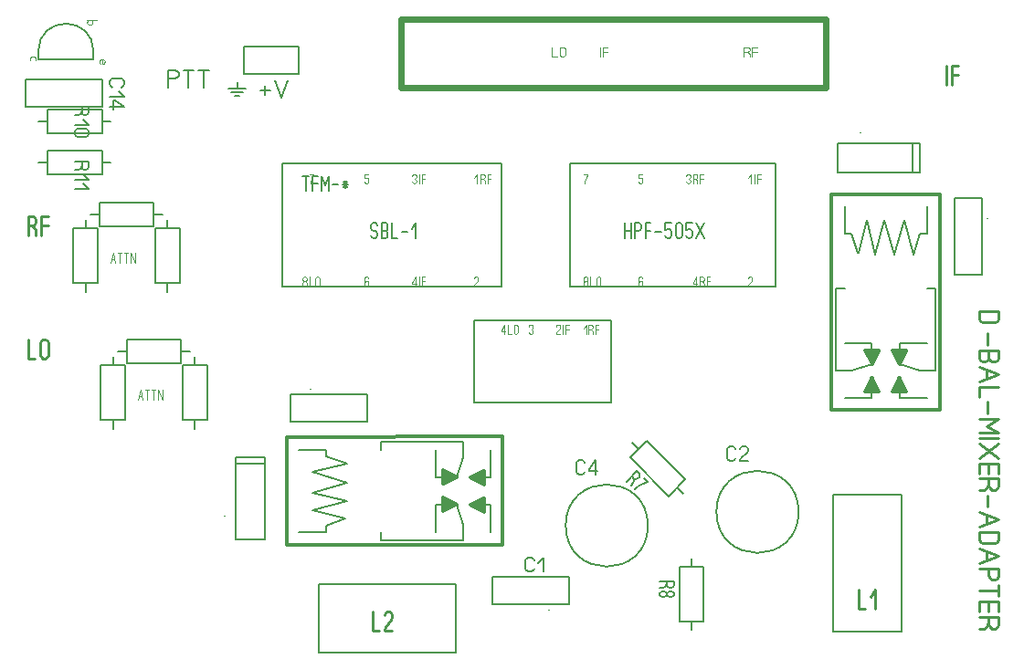
<source format=gbr>
%FSLAX34Y34*%
%MOMM*%
%LNSILK_TOP*%
G71*
G01*
%ADD10C,0.111*%
%ADD11C,0.178*%
%ADD12C,0.150*%
%ADD13C,0.167*%
%ADD14C,0.222*%
%ADD15C,0.300*%
%ADD16C,0.200*%
%ADD17C,0.600*%
%LPD*%
G54D10*
X-8750Y329116D02*
X-6528Y332449D01*
X-6528Y323560D01*
G54D10*
X-65900Y330782D02*
X-65456Y331893D01*
X-64566Y332449D01*
X-63678Y332449D01*
X-62789Y331893D01*
X-62344Y330782D01*
X-62344Y329671D01*
X-62789Y328560D01*
X-63678Y328004D01*
X-62789Y327449D01*
X-62344Y326338D01*
X-62344Y325227D01*
X-62789Y324116D01*
X-63678Y323560D01*
X-64566Y323560D01*
X-65456Y324116D01*
X-65900Y325227D01*
G54D10*
X-106794Y332449D02*
X-110350Y332449D01*
X-110350Y328560D01*
X-109906Y328560D01*
X-109016Y329116D01*
X-108128Y329116D01*
X-107239Y328560D01*
X-106794Y327449D01*
X-106794Y325227D01*
X-107239Y324116D01*
X-108128Y323560D01*
X-109016Y323560D01*
X-109906Y324116D01*
X-110350Y325227D01*
G54D10*
X-161150Y332449D02*
X-157594Y332449D01*
X-158039Y331338D01*
X-158928Y329671D01*
X-159816Y327449D01*
X-160261Y325782D01*
X-160261Y323560D01*
G54D10*
X-5194Y228310D02*
X-8750Y228310D01*
X-8750Y228866D01*
X-8306Y229977D01*
X-5639Y233310D01*
X-5194Y234421D01*
X-5194Y235532D01*
X-5639Y236643D01*
X-6528Y237199D01*
X-7416Y237199D01*
X-8306Y236643D01*
X-8750Y235532D01*
G54D10*
X-56883Y228310D02*
X-56883Y237199D01*
X-59550Y231643D01*
X-59550Y230532D01*
X-55994Y230532D01*
G54D10*
X-106794Y235532D02*
X-107239Y236643D01*
X-108128Y237199D01*
X-109016Y237199D01*
X-109906Y236643D01*
X-110350Y235532D01*
X-110350Y232754D01*
X-110350Y232199D01*
X-109016Y233310D01*
X-108128Y233310D01*
X-107239Y232754D01*
X-106794Y231643D01*
X-106794Y229977D01*
X-107239Y228866D01*
X-108128Y228310D01*
X-109016Y228310D01*
X-109906Y228866D01*
X-110350Y229977D01*
X-110350Y232754D01*
G54D10*
X-158928Y232754D02*
X-159816Y232754D01*
X-160706Y233310D01*
X-161150Y234421D01*
X-161150Y235532D01*
X-160706Y236643D01*
X-159816Y237199D01*
X-158928Y237199D01*
X-158039Y236643D01*
X-157594Y235532D01*
X-157594Y234421D01*
X-158039Y233310D01*
X-158928Y232754D01*
X-158039Y232199D01*
X-157594Y231088D01*
X-157594Y229977D01*
X-158039Y228866D01*
X-158928Y228310D01*
X-159816Y228310D01*
X-160706Y228866D01*
X-161150Y229977D01*
X-161150Y231088D01*
X-160706Y232199D01*
X-159816Y232754D01*
G54D10*
X-262750Y329116D02*
X-260528Y332449D01*
X-260528Y323560D01*
G54D10*
X-319900Y330782D02*
X-319455Y331893D01*
X-318566Y332449D01*
X-317678Y332449D01*
X-316789Y331893D01*
X-316344Y330782D01*
X-316344Y329671D01*
X-316789Y328560D01*
X-317678Y328004D01*
X-316789Y327449D01*
X-316344Y326338D01*
X-316344Y325227D01*
X-316789Y324116D01*
X-317678Y323560D01*
X-318566Y323560D01*
X-319455Y324116D01*
X-319900Y325227D01*
G54D10*
X-360794Y332449D02*
X-364350Y332449D01*
X-364350Y328560D01*
X-363905Y328560D01*
X-363016Y329116D01*
X-362128Y329116D01*
X-361239Y328560D01*
X-360794Y327449D01*
X-360794Y325227D01*
X-361239Y324116D01*
X-362128Y323560D01*
X-363016Y323560D01*
X-363905Y324116D01*
X-364350Y325227D01*
G54D10*
X-415150Y332449D02*
X-411594Y332449D01*
X-412039Y331338D01*
X-412928Y329671D01*
X-413816Y327449D01*
X-414261Y325782D01*
X-414261Y323560D01*
G54D10*
X-259194Y228310D02*
X-262750Y228310D01*
X-262750Y228866D01*
X-262305Y229977D01*
X-259639Y233310D01*
X-259194Y234421D01*
X-259194Y235532D01*
X-259639Y236643D01*
X-260528Y237199D01*
X-261416Y237199D01*
X-262305Y236643D01*
X-262750Y235532D01*
G54D10*
X-317233Y228310D02*
X-317233Y237199D01*
X-319900Y231643D01*
X-319900Y230532D01*
X-316344Y230532D01*
G54D10*
X-360794Y235532D02*
X-361239Y236643D01*
X-362128Y237199D01*
X-363016Y237199D01*
X-363905Y236643D01*
X-364350Y235532D01*
X-364350Y232754D01*
X-364350Y232199D01*
X-363016Y233310D01*
X-362128Y233310D01*
X-361239Y232754D01*
X-360794Y231643D01*
X-360794Y229977D01*
X-361239Y228866D01*
X-362128Y228310D01*
X-363016Y228310D01*
X-363905Y228866D01*
X-364350Y229977D01*
X-364350Y232754D01*
G54D10*
X-419278Y232754D02*
X-420166Y232754D01*
X-421056Y233310D01*
X-421500Y234421D01*
X-421500Y235532D01*
X-421056Y236643D01*
X-420166Y237199D01*
X-419278Y237199D01*
X-418389Y236643D01*
X-417944Y235532D01*
X-417944Y234421D01*
X-418389Y233310D01*
X-419278Y232754D01*
X-418389Y232199D01*
X-417944Y231088D01*
X-417944Y229977D01*
X-418389Y228866D01*
X-419278Y228310D01*
X-420166Y228310D01*
X-421056Y228866D01*
X-421500Y229977D01*
X-421500Y231088D01*
X-421056Y232199D01*
X-420166Y232754D01*
G54D11*
X-123050Y272760D02*
X-123050Y286982D01*
G54D11*
X-117361Y272760D02*
X-117361Y286982D01*
G54D11*
X-123050Y279871D02*
X-117361Y279871D01*
G54D11*
X-113450Y272760D02*
X-113450Y286982D01*
X-109894Y286982D01*
X-108472Y286093D01*
X-107761Y284316D01*
X-107761Y282538D01*
X-108472Y280760D01*
X-109894Y279871D01*
X-113450Y279871D01*
G54D11*
X-103850Y272760D02*
X-103850Y286982D01*
X-98872Y286982D01*
G54D11*
X-103850Y279871D02*
X-98872Y279871D01*
G54D11*
X-94961Y278982D02*
X-89272Y278982D01*
G54D11*
X-79672Y286982D02*
X-85361Y286982D01*
X-85361Y280760D01*
X-84650Y280760D01*
X-83228Y281649D01*
X-81805Y281649D01*
X-80383Y280760D01*
X-79672Y278982D01*
X-79672Y275427D01*
X-80383Y273649D01*
X-81805Y272760D01*
X-83228Y272760D01*
X-84650Y273649D01*
X-85361Y275427D01*
G54D11*
X-70072Y284316D02*
X-70072Y275427D01*
X-70783Y273649D01*
X-72205Y272760D01*
X-73628Y272760D01*
X-75050Y273649D01*
X-75761Y275427D01*
X-75761Y284316D01*
X-75050Y286093D01*
X-73628Y286982D01*
X-72205Y286982D01*
X-70783Y286093D01*
X-70072Y284316D01*
G54D11*
X-60472Y286982D02*
X-66161Y286982D01*
X-66161Y280760D01*
X-65450Y280760D01*
X-64028Y281649D01*
X-62605Y281649D01*
X-61183Y280760D01*
X-60472Y278982D01*
X-60472Y275427D01*
X-61183Y273649D01*
X-62605Y272760D01*
X-64028Y272760D01*
X-65450Y273649D01*
X-66161Y275427D01*
G54D11*
X-56561Y286982D02*
X-49450Y272760D01*
G54D11*
X-56561Y272760D02*
X-49450Y286982D01*
G54D10*
X-2400Y323560D02*
X-2400Y332449D01*
G54D10*
X44Y323560D02*
X44Y332449D01*
X3155Y332449D01*
G54D10*
X44Y328004D02*
X3155Y328004D01*
G54D10*
X-57772Y328004D02*
X-56439Y326893D01*
X-55994Y325782D01*
X-55994Y323560D01*
G54D10*
X-59550Y323560D02*
X-59550Y332449D01*
X-57328Y332449D01*
X-56439Y331893D01*
X-55994Y330782D01*
X-55994Y329671D01*
X-56439Y328560D01*
X-57328Y328004D01*
X-59550Y328004D01*
G54D10*
X-53550Y323560D02*
X-53550Y332449D01*
X-50439Y332449D01*
G54D10*
X-53550Y328004D02*
X-50439Y328004D01*
G54D10*
X-51422Y232754D02*
X-50089Y231643D01*
X-49644Y230532D01*
X-49644Y228310D01*
G54D10*
X-53200Y228310D02*
X-53200Y237199D01*
X-50978Y237199D01*
X-50089Y236643D01*
X-49644Y235532D01*
X-49644Y234421D01*
X-50089Y233310D01*
X-50978Y232754D01*
X-53200Y232754D01*
G54D10*
X-47200Y228310D02*
X-47200Y237199D01*
X-44089Y237199D01*
G54D10*
X-47200Y232754D02*
X-44089Y232754D01*
G54D10*
X-154800Y237199D02*
X-154800Y228310D01*
X-151689Y228310D01*
G54D10*
X-145689Y235532D02*
X-145689Y229977D01*
X-146134Y228866D01*
X-147023Y228310D01*
X-147912Y228310D01*
X-148800Y228866D01*
X-149245Y229977D01*
X-149245Y235532D01*
X-148800Y236643D01*
X-147912Y237199D01*
X-147023Y237199D01*
X-146134Y236643D01*
X-145689Y235532D01*
G54D11*
X-358000Y275427D02*
X-357289Y273649D01*
X-355866Y272760D01*
X-354444Y272760D01*
X-353022Y273649D01*
X-352311Y275427D01*
X-352311Y277204D01*
X-353022Y278982D01*
X-354444Y279871D01*
X-355866Y279871D01*
X-357289Y280760D01*
X-358000Y282538D01*
X-358000Y284316D01*
X-357289Y286093D01*
X-355866Y286982D01*
X-354444Y286982D01*
X-353022Y286093D01*
X-352311Y284316D01*
G54D11*
X-348400Y272760D02*
X-348400Y286982D01*
X-344844Y286982D01*
X-343422Y286093D01*
X-342711Y284316D01*
X-342711Y282538D01*
X-343422Y280760D01*
X-344844Y279871D01*
X-343422Y278982D01*
X-342711Y277204D01*
X-342711Y275427D01*
X-343422Y273649D01*
X-344844Y272760D01*
X-348400Y272760D01*
G54D11*
X-348400Y279871D02*
X-344844Y279871D01*
G54D11*
X-338800Y286982D02*
X-338800Y272760D01*
X-333822Y272760D01*
G54D11*
X-329911Y278982D02*
X-324222Y278982D01*
G54D11*
X-320311Y281649D02*
X-316755Y286982D01*
X-316755Y272760D01*
G54D10*
X-415150Y237199D02*
X-415150Y228310D01*
X-412039Y228310D01*
G54D10*
X-406039Y235532D02*
X-406039Y229977D01*
X-406484Y228866D01*
X-407373Y228310D01*
X-408262Y228310D01*
X-409150Y228866D01*
X-409595Y229977D01*
X-409595Y235532D01*
X-409150Y236643D01*
X-408262Y237199D01*
X-407373Y237199D01*
X-406484Y236643D01*
X-406039Y235532D01*
G54D10*
X-254622Y328004D02*
X-253289Y326893D01*
X-252844Y325782D01*
X-252844Y323560D01*
G54D10*
X-256400Y323560D02*
X-256400Y332449D01*
X-254178Y332449D01*
X-253289Y331893D01*
X-252844Y330782D01*
X-252844Y329671D01*
X-253289Y328560D01*
X-254178Y328004D01*
X-256400Y328004D01*
G54D10*
X-250400Y323560D02*
X-250400Y332449D01*
X-247289Y332449D01*
G54D10*
X-250400Y328004D02*
X-247289Y328004D01*
G54D10*
X-313550Y323560D02*
X-313550Y332449D01*
G54D10*
X-311106Y323560D02*
X-311106Y332449D01*
X-307995Y332449D01*
G54D10*
X-311106Y328004D02*
X-307995Y328004D01*
G54D10*
X-313550Y228310D02*
X-313550Y237199D01*
G54D10*
X-311106Y228310D02*
X-311106Y237199D01*
X-307995Y237199D01*
G54D10*
X-311106Y232754D02*
X-307995Y232754D01*
G54D10*
X-161150Y189416D02*
X-158928Y192749D01*
X-158928Y183860D01*
G54D10*
X-154706Y188304D02*
X-153373Y187193D01*
X-152928Y186082D01*
X-152928Y183860D01*
G54D10*
X-156484Y183860D02*
X-156484Y192749D01*
X-154262Y192749D01*
X-153373Y192193D01*
X-152928Y191082D01*
X-152928Y189971D01*
X-153373Y188860D01*
X-154262Y188304D01*
X-156484Y188304D01*
G54D10*
X-150484Y183860D02*
X-150484Y192749D01*
X-147373Y192749D01*
G54D10*
X-150484Y188304D02*
X-147373Y188304D01*
G54D10*
X-182994Y183860D02*
X-186550Y183860D01*
X-186550Y184416D01*
X-186106Y185527D01*
X-183439Y188860D01*
X-182994Y189971D01*
X-182994Y191082D01*
X-183439Y192193D01*
X-184328Y192749D01*
X-185216Y192749D01*
X-186106Y192193D01*
X-186550Y191082D01*
G54D10*
X-180550Y183860D02*
X-180550Y192749D01*
G54D10*
X-178106Y183860D02*
X-178106Y192749D01*
X-174995Y192749D01*
G54D10*
X-178106Y188304D02*
X-174995Y188304D01*
G54D10*
X-211950Y191082D02*
X-211506Y192193D01*
X-210616Y192749D01*
X-209728Y192749D01*
X-208839Y192193D01*
X-208394Y191082D01*
X-208394Y189971D01*
X-208839Y188860D01*
X-209728Y188304D01*
X-208839Y187749D01*
X-208394Y186638D01*
X-208394Y185527D01*
X-208839Y184416D01*
X-209728Y183860D01*
X-210616Y183860D01*
X-211506Y184416D01*
X-211950Y185527D01*
G54D10*
X-234683Y183860D02*
X-234683Y192749D01*
X-237350Y187193D01*
X-237350Y186082D01*
X-233794Y186082D01*
G54D10*
X-231350Y192749D02*
X-231350Y183860D01*
X-228239Y183860D01*
G54D10*
X-222239Y191082D02*
X-222239Y185527D01*
X-222684Y184416D01*
X-223573Y183860D01*
X-224462Y183860D01*
X-225350Y184416D01*
X-225795Y185527D01*
X-225795Y191082D01*
X-225350Y192193D01*
X-224462Y192749D01*
X-223573Y192749D01*
X-222684Y192193D01*
X-222239Y191082D01*
G54D12*
X-440550Y342610D02*
X-237350Y342610D01*
X-237350Y228310D01*
X-440550Y228310D01*
X-440550Y342610D01*
G54D12*
X-173850Y342610D02*
X16650Y342610D01*
X16650Y228310D01*
X-173850Y228310D01*
X-173850Y342610D01*
G54D12*
X-262750Y196560D02*
X-135750Y196560D01*
X-135750Y120360D01*
X-262750Y120360D01*
X-262750Y196560D01*
G54D13*
X-418833Y317210D02*
X-418833Y330543D01*
G54D13*
X-421500Y330543D02*
X-416166Y330543D01*
G54D13*
X-412500Y317210D02*
X-412500Y330543D01*
X-407833Y330543D01*
G54D13*
X-412500Y323876D02*
X-407833Y323876D01*
G54D13*
X-404166Y317210D02*
X-404166Y330543D01*
X-400832Y322210D01*
X-397499Y330543D01*
X-397499Y317210D01*
G54D13*
X-393832Y323043D02*
X-388498Y323043D01*
G54D13*
X-384832Y323043D02*
X-379498Y323043D01*
G54D13*
X-382165Y326376D02*
X-382165Y319710D01*
G54D13*
X-384165Y325543D02*
X-380165Y320543D01*
G54D13*
X-384165Y320543D02*
X-380165Y325543D01*
G54D14*
X205376Y205247D02*
X223154Y205247D01*
X223154Y198581D01*
X222043Y195914D01*
X219821Y194581D01*
X208710Y194581D01*
X206488Y195914D01*
X205376Y198581D01*
X205376Y205247D01*
G54D14*
X213154Y184535D02*
X213154Y173869D01*
G54D14*
X205376Y168979D02*
X223154Y168979D01*
X223154Y162313D01*
X222043Y159646D01*
X219821Y158313D01*
X217599Y158313D01*
X215376Y159646D01*
X214265Y162313D01*
X213154Y159646D01*
X210932Y158313D01*
X208710Y158313D01*
X206488Y159646D01*
X205376Y162313D01*
X205376Y168979D01*
G54D14*
X214265Y168979D02*
X214265Y162313D01*
G54D14*
X205376Y153423D02*
X223154Y146757D01*
X205376Y140090D01*
G54D14*
X212043Y150757D02*
X212043Y142757D01*
G54D14*
X223154Y135201D02*
X205376Y135201D01*
X205376Y125868D01*
G54D14*
X213154Y120980D02*
X213154Y110313D01*
G54D14*
X205376Y105424D02*
X223154Y105424D01*
X212043Y98757D01*
X223154Y92090D01*
X205376Y92090D01*
G54D14*
X205376Y87202D02*
X223154Y87202D01*
G54D14*
X223154Y82312D02*
X205376Y68979D01*
G54D14*
X205376Y82312D02*
X223154Y68979D01*
G54D14*
X205376Y54757D02*
X205376Y64090D01*
X223154Y64090D01*
X223154Y54757D01*
G54D14*
X214265Y64090D02*
X214265Y54757D01*
G54D14*
X214265Y44535D02*
X212043Y40535D01*
X209821Y39202D01*
X205376Y39202D01*
G54D14*
X205376Y49868D02*
X223154Y49868D01*
X223154Y43202D01*
X222043Y40535D01*
X219821Y39202D01*
X217599Y39202D01*
X215376Y40535D01*
X214265Y43202D01*
X214265Y49868D01*
G54D14*
X213154Y34312D02*
X213154Y23646D01*
G54D14*
X205376Y18756D02*
X223154Y12090D01*
X205376Y5423D01*
G54D14*
X212043Y16090D02*
X212043Y8090D01*
G54D14*
X205376Y534D02*
X223154Y534D01*
X223154Y-6132D01*
X222043Y-8799D01*
X219821Y-10132D01*
X208710Y-10132D01*
X206488Y-8799D01*
X205376Y-6132D01*
X205376Y534D01*
G54D14*
X205376Y-15022D02*
X223154Y-21688D01*
X205376Y-28355D01*
G54D14*
X212043Y-17688D02*
X212043Y-25688D01*
G54D14*
X205376Y-33244D02*
X223154Y-33244D01*
X223154Y-39910D01*
X222043Y-42577D01*
X219821Y-43910D01*
X217599Y-43910D01*
X215376Y-42577D01*
X214265Y-39910D01*
X214265Y-33244D01*
G54D14*
X205376Y-54133D02*
X223154Y-54133D01*
G54D14*
X223154Y-48800D02*
X223154Y-59466D01*
G54D14*
X205376Y-73689D02*
X205376Y-64356D01*
X223154Y-64356D01*
X223154Y-73689D01*
G54D14*
X214265Y-64356D02*
X214265Y-73689D01*
G54D14*
X214265Y-83911D02*
X212043Y-87911D01*
X209821Y-89244D01*
X205376Y-89244D01*
G54D14*
X205376Y-78578D02*
X223154Y-78578D01*
X223154Y-85244D01*
X222043Y-87911D01*
X219821Y-89244D01*
X217599Y-89244D01*
X215376Y-87911D01*
X214265Y-85244D01*
X214265Y-78578D01*
G54D12*
X-608629Y154870D02*
X-586454Y154870D01*
X-586454Y104170D01*
X-608629Y104170D01*
X-608629Y154870D01*
G54D12*
X-597541Y155070D02*
X-597541Y162970D01*
G54D12*
X-597541Y104070D02*
X-597541Y96170D01*
G54D12*
X-534088Y178738D02*
X-534088Y156563D01*
X-584788Y156563D01*
X-584788Y178738D01*
X-534088Y178738D01*
G54D12*
X-533888Y167651D02*
X-525988Y167651D01*
G54D12*
X-584888Y167651D02*
X-592788Y167651D01*
G54D12*
X-532438Y154796D02*
X-510263Y154796D01*
X-510263Y104096D01*
X-532438Y104096D01*
X-532438Y154796D01*
G54D12*
X-521351Y154996D02*
X-521351Y162896D01*
G54D12*
X-521351Y103996D02*
X-521351Y96096D01*
G54D12*
X-634029Y281870D02*
X-611854Y281870D01*
X-611854Y231170D01*
X-634029Y231170D01*
X-634029Y281870D01*
G54D12*
X-622941Y282070D02*
X-622941Y289970D01*
G54D12*
X-622941Y231070D02*
X-622941Y223170D01*
G54D12*
X-559488Y305738D02*
X-559488Y283563D01*
X-610188Y283563D01*
X-610188Y305738D01*
X-559488Y305738D01*
G54D12*
X-559288Y294651D02*
X-551388Y294651D01*
G54D12*
X-610288Y294651D02*
X-618188Y294651D01*
G54D12*
X-557838Y281796D02*
X-535663Y281796D01*
X-535663Y231096D01*
X-557838Y231096D01*
X-557838Y281796D01*
G54D12*
X-546751Y281996D02*
X-546751Y289896D01*
G54D12*
X-546751Y230996D02*
X-546750Y223096D01*
G54D14*
X-675827Y179139D02*
X-675827Y161361D01*
X-669605Y161361D01*
G54D14*
X-657605Y175805D02*
X-657605Y164694D01*
X-658494Y162472D01*
X-660272Y161361D01*
X-662049Y161361D01*
X-663827Y162472D01*
X-664716Y164694D01*
X-664716Y175805D01*
X-663827Y178028D01*
X-662049Y179139D01*
X-660272Y179139D01*
X-658494Y178028D01*
X-657605Y175805D01*
G54D14*
X-672272Y284550D02*
X-669605Y282328D01*
X-668716Y280105D01*
X-668716Y275661D01*
G54D14*
X-675827Y275661D02*
X-675827Y293439D01*
X-671382Y293439D01*
X-669605Y292328D01*
X-668716Y290105D01*
X-668716Y287883D01*
X-669605Y285661D01*
X-671382Y284550D01*
X-675827Y284550D01*
G54D14*
X-663827Y275661D02*
X-663827Y293439D01*
X-657605Y293439D01*
G54D14*
X-663827Y284550D02*
X-657605Y284550D01*
G54D14*
X175073Y415361D02*
X175073Y433139D01*
G54D14*
X179962Y415361D02*
X179962Y433139D01*
X186184Y433139D01*
G54D14*
X179962Y424250D02*
X186184Y424250D01*
G54D10*
X-574227Y123261D02*
X-572005Y132150D01*
X-569783Y123261D01*
G54D10*
X-573338Y126594D02*
X-570671Y126594D01*
G54D10*
X-565561Y123261D02*
X-565561Y132150D01*
G54D10*
X-567339Y132150D02*
X-563783Y132150D01*
G54D10*
X-559561Y123261D02*
X-559561Y132150D01*
G54D10*
X-561339Y132150D02*
X-557783Y132150D01*
G54D10*
X-555339Y123261D02*
X-555339Y132150D01*
X-551783Y123261D01*
X-551783Y132150D01*
G54D10*
X-599627Y250261D02*
X-597405Y259150D01*
X-595182Y250261D01*
G54D10*
X-598738Y253594D02*
X-596072Y253594D01*
G54D10*
X-590961Y250261D02*
X-590961Y259150D01*
G54D10*
X-592739Y259150D02*
X-589184Y259150D01*
G54D10*
X-584961Y250261D02*
X-584961Y259150D01*
G54D10*
X-586739Y259150D02*
X-583184Y259150D01*
G54D10*
X-580739Y250261D02*
X-580739Y259150D01*
X-577184Y250261D01*
X-577184Y259150D01*
G54D12*
X-456200Y-6350D02*
X-483600Y-6350D01*
X-483600Y69850D01*
X-456200Y69850D01*
X-456200Y-6350D01*
G54D12*
X-483600Y63550D02*
X-456200Y63550D01*
G54D15*
X-236465Y-11865D02*
X-236565Y88735D01*
X-436465Y88635D01*
X-436465Y-11865D01*
X-236465Y-11865D01*
G54D16*
X-425065Y235D02*
X-399665Y235D01*
X-399665Y6535D01*
X-399665Y6435D01*
X-382165Y12835D01*
X-382165Y12935D01*
X-412365Y20835D01*
X-380565Y28835D01*
X-412365Y36735D01*
X-380565Y46335D01*
X-412365Y55735D01*
X-380565Y63735D01*
X-399665Y70135D01*
X-399665Y76435D01*
X-425065Y76435D01*
G54D16*
X-247265Y235D02*
X-247265Y25535D01*
X-266265Y25535D01*
G54D16*
X-298065Y235D02*
X-298065Y25535D01*
X-279065Y25535D01*
G54D16*
X-247265Y76435D02*
X-247265Y51035D01*
X-266265Y51035D01*
G54D16*
X-298065Y76435D02*
X-298065Y51035D01*
X-279065Y51035D01*
G36*
X-266265Y25635D02*
X-266365Y25635D01*
X-253665Y19235D01*
X-253665Y31935D01*
X-266265Y25535D01*
X-266265Y25635D01*
G37*
G54D15*
X-266265Y25635D02*
X-266365Y25635D01*
X-253665Y19235D01*
X-253665Y31935D01*
X-266265Y25535D01*
X-266265Y25635D01*
G36*
X-266165Y51035D02*
X-266265Y51035D01*
X-253565Y44635D01*
X-253565Y57335D01*
X-266165Y50935D01*
X-266165Y51035D01*
G37*
G54D15*
X-266165Y51035D02*
X-266265Y51035D01*
X-253565Y44635D01*
X-253565Y57335D01*
X-266165Y50935D01*
X-266165Y51035D01*
G36*
X-279265Y25735D02*
X-279165Y25735D01*
X-291865Y32135D01*
X-291865Y19435D01*
X-279265Y25835D01*
X-279265Y25735D01*
G37*
G54D15*
X-279265Y25735D02*
X-279165Y25735D01*
X-291865Y32135D01*
X-291865Y19435D01*
X-279265Y25835D01*
X-279265Y25735D01*
G36*
X-279165Y51035D02*
X-279065Y51035D01*
X-291765Y57435D01*
X-291765Y44735D01*
X-279165Y51135D01*
X-279165Y51035D01*
G37*
G54D15*
X-279165Y51035D02*
X-279065Y51035D01*
X-291765Y57435D01*
X-291765Y44735D01*
X-279165Y51135D01*
X-279165Y51035D01*
G54D16*
X-279065Y25635D02*
X-278965Y25635D01*
X-272565Y6635D01*
X-272665Y6635D01*
X-272665Y-7665D01*
X-336165Y-7665D01*
X-348865Y-7665D01*
X-348865Y235D01*
G54D16*
X-279065Y51035D02*
X-279065Y51035D01*
X-272665Y70035D01*
X-272665Y84335D01*
X-348865Y84335D01*
X-348865Y76435D01*
G54D12*
X-361426Y102292D02*
X-361425Y127692D01*
X-433026Y127692D01*
X-433026Y102292D01*
X-361426Y102292D01*
G54D13*
X-414081Y133083D02*
X-414081Y133083D01*
G54D13*
X-494016Y15100D02*
X-494016Y15100D01*
G54D12*
X74052Y333404D02*
X74052Y360804D01*
X150252Y360804D01*
X150252Y333405D01*
X74052Y333404D01*
G54D12*
X143952Y360805D02*
X143952Y333404D01*
G54D15*
X68537Y113670D02*
X169137Y113770D01*
X169037Y313670D01*
X68537Y313670D01*
X68537Y113670D01*
G54D16*
X80637Y302270D02*
X80637Y276870D01*
X86937Y276870D01*
X86837Y276870D01*
X93237Y259370D01*
X93337Y259370D01*
X101237Y289570D01*
X109237Y257770D01*
X117137Y289570D01*
X126737Y257770D01*
X136137Y289570D01*
X144137Y257770D01*
X150537Y276870D01*
X156837Y276870D01*
X156837Y302270D01*
G54D16*
X80637Y124470D02*
X105937Y124470D01*
X105937Y143470D01*
G54D16*
X80637Y175270D02*
X105937Y175270D01*
X105937Y156270D01*
G54D16*
X156837Y124470D02*
X131437Y124470D01*
X131437Y143469D01*
G54D16*
X156837Y175270D02*
X131437Y175270D01*
X131437Y156270D01*
G36*
X106037Y143470D02*
X106037Y143570D01*
X99637Y130870D01*
X112337Y130870D01*
X105937Y143470D01*
X106037Y143470D01*
G37*
G54D15*
X106037Y143470D02*
X106037Y143570D01*
X99637Y130870D01*
X112337Y130870D01*
X105937Y143470D01*
X106037Y143470D01*
G36*
X131437Y143370D02*
X131437Y143469D01*
X125037Y130770D01*
X137737Y130770D01*
X131337Y143370D01*
X131437Y143370D01*
G37*
G54D15*
X131437Y143370D02*
X131437Y143469D01*
X125037Y130770D01*
X137737Y130770D01*
X131337Y143370D01*
X131437Y143370D01*
G36*
X106137Y156470D02*
X106137Y156370D01*
X112537Y169070D01*
X99837Y169070D01*
X106237Y156470D01*
X106137Y156470D01*
G37*
G54D15*
X106137Y156470D02*
X106137Y156370D01*
X112537Y169070D01*
X99837Y169070D01*
X106237Y156470D01*
X106137Y156470D01*
G36*
X131437Y156370D02*
X131437Y156270D01*
X137837Y168970D01*
X125137Y168970D01*
X131537Y156369D01*
X131437Y156370D01*
G37*
G54D15*
X131437Y156370D02*
X131437Y156270D01*
X137837Y168970D01*
X125137Y168970D01*
X131537Y156369D01*
X131437Y156370D01*
G54D16*
X106037Y156270D02*
X106037Y156170D01*
X87037Y149770D01*
X87037Y149870D01*
X72737Y149870D01*
X72737Y213369D01*
X72737Y226069D01*
X80637Y226070D01*
G54D16*
X131437Y156270D02*
X131437Y156270D01*
X150437Y149869D01*
X164737Y149870D01*
X164737Y226070D01*
X156837Y226070D01*
G54D12*
X182693Y238630D02*
X208094Y238630D01*
X208094Y310230D01*
X182694Y310230D01*
X182693Y238630D01*
G54D13*
X213485Y291286D02*
X213485Y291286D01*
G54D13*
X95502Y371221D02*
X95502Y371221D01*
G54D16*
X-461071Y410062D02*
X-451471Y410062D01*
G54D16*
X-456271Y414062D02*
X-456271Y406062D01*
G54D16*
X-447071Y419062D02*
X-441071Y403062D01*
X-435071Y419062D01*
G54D12*
X-476421Y425412D02*
X-476420Y450813D01*
X-425621Y450812D01*
X-425621Y425412D01*
X-476421Y425412D01*
G54D16*
X-482248Y418014D02*
X-482248Y411664D01*
G54D16*
X-474310Y411664D02*
X-490185Y411664D01*
G54D16*
X-487804Y408489D02*
X-476691Y408489D01*
G54D16*
X-479866Y405314D02*
X-484629Y405314D01*
G54D12*
X-406400Y-47750D02*
X-406400Y-111250D01*
X-279400Y-111250D01*
X-279400Y-47750D01*
X-406400Y-47750D01*
G54D12*
X69850Y-92200D02*
X133350Y-92200D01*
X133350Y34800D01*
X69850Y34800D01*
X69850Y-92200D01*
G54D12*
X-66790Y49279D02*
X-82470Y33599D01*
X-118320Y69450D01*
X-102640Y85130D01*
X-66790Y49279D01*
G54D12*
X-74488Y41298D02*
X-68902Y35712D01*
G54D12*
X-110551Y77360D02*
X-116137Y82946D01*
G54D13*
X-114604Y49936D02*
X-114369Y47344D01*
X-115076Y45694D01*
X-117433Y43337D01*
G54D13*
X-121204Y47108D02*
X-111776Y56536D01*
X-109419Y54179D01*
X-109065Y52647D01*
X-109772Y50997D01*
X-110951Y49818D01*
X-112601Y49111D01*
X-114133Y49465D01*
X-116490Y51822D01*
G54D13*
X-105412Y50172D02*
X-101641Y46401D01*
X-103291Y45694D01*
X-106001Y44869D01*
X-109301Y43455D01*
X-111540Y42158D01*
X-113897Y39801D01*
G54D13*
X-207057Y-34076D02*
X-208057Y-35742D01*
X-210057Y-36576D01*
X-212057Y-36576D01*
X-214057Y-35742D01*
X-215057Y-34076D01*
X-215057Y-25742D01*
X-214057Y-24076D01*
X-212057Y-23242D01*
X-210057Y-23242D01*
X-208057Y-24076D01*
X-207057Y-25742D01*
G54D13*
X-203390Y-28242D02*
X-198390Y-23242D01*
X-198390Y-36576D01*
G54D13*
X-20127Y68611D02*
X-21127Y66944D01*
X-23127Y66111D01*
X-25127Y66111D01*
X-27127Y66944D01*
X-28127Y68611D01*
X-28127Y76944D01*
X-27127Y78611D01*
X-25127Y79444D01*
X-23127Y79444D01*
X-21127Y78611D01*
X-20127Y76944D01*
G54D13*
X-8460Y66111D02*
X-16460Y66111D01*
X-16460Y66944D01*
X-15460Y68611D01*
X-9460Y73611D01*
X-8460Y75278D01*
X-8460Y76944D01*
X-9460Y78611D01*
X-11460Y79444D01*
X-13460Y79444D01*
X-15460Y78611D01*
X-16460Y76944D01*
G54D12*
X-50426Y-82630D02*
X-72601Y-82630D01*
X-72601Y-31930D01*
X-50426Y-31930D01*
X-50426Y-82630D01*
G54D12*
X-61513Y-82830D02*
X-61513Y-90730D01*
G54D12*
X-61513Y-31830D02*
X-61514Y-23930D01*
G54D13*
X-83771Y-48355D02*
X-85438Y-50355D01*
X-87104Y-51022D01*
X-90438Y-51022D01*
G54D13*
X-90438Y-45689D02*
X-77104Y-45689D01*
X-77104Y-49022D01*
X-77938Y-50355D01*
X-79604Y-51022D01*
X-81271Y-51022D01*
X-82938Y-50355D01*
X-83771Y-49022D01*
X-83771Y-45689D01*
G54D13*
X-83771Y-58022D02*
X-83771Y-56689D01*
X-82938Y-55355D01*
X-81271Y-54689D01*
X-79604Y-54689D01*
X-77938Y-55355D01*
X-77104Y-56689D01*
X-77104Y-58022D01*
X-77938Y-59355D01*
X-79604Y-60022D01*
X-81271Y-60022D01*
X-82938Y-59355D01*
X-83771Y-58022D01*
X-84604Y-59355D01*
X-86271Y-60022D01*
X-87938Y-60022D01*
X-89604Y-59355D01*
X-90438Y-58022D01*
X-90438Y-56689D01*
X-89604Y-55355D01*
X-87938Y-54689D01*
X-86271Y-54689D01*
X-84604Y-55355D01*
X-83771Y-56689D01*
G54D14*
X-356796Y-73298D02*
X-356796Y-91076D01*
X-350574Y-91076D01*
G54D14*
X-338574Y-91076D02*
X-345686Y-91076D01*
X-345686Y-89964D01*
X-344797Y-87742D01*
X-339463Y-81076D01*
X-338574Y-78853D01*
X-338574Y-76631D01*
X-339463Y-74409D01*
X-341241Y-73298D01*
X-343019Y-73298D01*
X-344797Y-74409D01*
X-345686Y-76631D01*
G54D14*
X93633Y-53428D02*
X93633Y-71206D01*
X99855Y-71206D01*
G54D14*
X104744Y-60095D02*
X109188Y-53428D01*
X109188Y-71206D01*
G54D16*
G75*
G01X38100Y19000D02*
G03X38100Y19000I-38100J0D01*
G01*
G54D16*
G75*
G01X-101600Y6300D02*
G03X-101600Y6300I-38100J0D01*
G01*
G54D13*
X-159827Y55911D02*
X-160827Y54244D01*
X-162827Y53411D01*
X-164827Y53411D01*
X-166827Y54244D01*
X-167827Y55911D01*
X-167827Y64244D01*
X-166827Y65911D01*
X-164827Y66744D01*
X-162827Y66744D01*
X-160827Y65911D01*
X-159827Y64244D01*
G54D13*
X-150160Y53411D02*
X-150160Y66744D01*
X-156160Y58411D01*
X-156160Y56744D01*
X-148160Y56744D01*
G54D12*
X-246021Y-41174D02*
X-246021Y-66574D01*
X-174421Y-66574D01*
X-174421Y-41174D01*
X-246021Y-41174D01*
G54D13*
X-193365Y-71966D02*
X-193365Y-71966D01*
G54D12*
X-615682Y446422D02*
X-615682Y438422D01*
X-666407Y438422D01*
X-666407Y446422D01*
G54D12*
G75*
G01X-615552Y446383D02*
G03X-666552Y446383I-25500J0D01*
G01*
G54D12*
X-678762Y420569D02*
X-678762Y395169D01*
X-607162Y395169D01*
X-607162Y420569D01*
X-678762Y420569D01*
G54D13*
X-597649Y412934D02*
X-599315Y413934D01*
X-600149Y415934D01*
X-600149Y417934D01*
X-599315Y419934D01*
X-597649Y420934D01*
X-589315Y420934D01*
X-587649Y419934D01*
X-586815Y417934D01*
X-586815Y415934D01*
X-587649Y413935D01*
X-589315Y412934D01*
G54D13*
X-591815Y409267D02*
X-586815Y404268D01*
X-600149Y404268D01*
G54D13*
X-600149Y394600D02*
X-586815Y394600D01*
X-595149Y400600D01*
X-596815Y400600D01*
X-596815Y392600D01*
G54D12*
X-658158Y369942D02*
X-658158Y392117D01*
X-607458Y392117D01*
X-607458Y369942D01*
X-658158Y369942D01*
G54D12*
X-658358Y381030D02*
X-666258Y381030D01*
G54D12*
X-607358Y381029D02*
X-599458Y381030D01*
G54D12*
X-658158Y331842D02*
X-658158Y354017D01*
X-607458Y354017D01*
X-607458Y331842D01*
X-658158Y331842D01*
G54D12*
X-658358Y342930D02*
X-666258Y342930D01*
G54D12*
X-607358Y342930D02*
X-599458Y342930D01*
G54D13*
X-626329Y390865D02*
X-627996Y387865D01*
X-629662Y386865D01*
X-632996Y386865D01*
G54D13*
X-632996Y394865D02*
X-619662Y394865D01*
X-619662Y389865D01*
X-620496Y387865D01*
X-622162Y386865D01*
X-623829Y386865D01*
X-625496Y387865D01*
X-626329Y389865D01*
X-626329Y394865D01*
G54D13*
X-624662Y383198D02*
X-619662Y378198D01*
X-632996Y378198D01*
G54D13*
X-622162Y366531D02*
X-630496Y366531D01*
X-632162Y367531D01*
X-632996Y369531D01*
X-632996Y371531D01*
X-632162Y373531D01*
X-630496Y374531D01*
X-622162Y374531D01*
X-620496Y373531D01*
X-619662Y371531D01*
X-619662Y369531D01*
X-620496Y367531D01*
X-622162Y366531D01*
G54D13*
X-626329Y340065D02*
X-627996Y337065D01*
X-629662Y336065D01*
X-632996Y336065D01*
G54D13*
X-632996Y344065D02*
X-619662Y344065D01*
X-619662Y339065D01*
X-620496Y337065D01*
X-622162Y336065D01*
X-623829Y336065D01*
X-625496Y337065D01*
X-626329Y339065D01*
X-626329Y344065D01*
G54D13*
X-624662Y332398D02*
X-619662Y327398D01*
X-632996Y327398D01*
G54D13*
X-624662Y323731D02*
X-619662Y318731D01*
X-632996Y318731D01*
G54D10*
X-609332Y434689D02*
X-609888Y435755D01*
X-609888Y437089D01*
X-609332Y438422D01*
X-608221Y438689D01*
X-606332Y438689D01*
X-605221Y438022D01*
X-604888Y436689D01*
X-605221Y435355D01*
X-605999Y434689D01*
X-607110Y434689D01*
X-607110Y438689D01*
G54D10*
X-621303Y474781D02*
X-612414Y474781D01*
G54D10*
X-617747Y474781D02*
X-616636Y474114D01*
X-616303Y472781D01*
X-616636Y471447D01*
X-617747Y470781D01*
X-619969Y470781D01*
X-621080Y471447D01*
X-621303Y472781D01*
X-621080Y474114D01*
X-619970Y474781D01*
G54D10*
X-669336Y437647D02*
X-669003Y438981D01*
X-669336Y440314D01*
X-670447Y440981D01*
X-672669Y440981D01*
X-673780Y440314D01*
X-674003Y438981D01*
X-673780Y437647D01*
G54D16*
X-546100Y412700D02*
X-546100Y428700D01*
X-540100Y428700D01*
X-537700Y427700D01*
X-536500Y425700D01*
X-536500Y423700D01*
X-537700Y421700D01*
X-540100Y420700D01*
X-546100Y420700D01*
G54D16*
X-527300Y412700D02*
X-527300Y428700D01*
G54D16*
X-532100Y428700D02*
X-522500Y428700D01*
G54D16*
X-513300Y412700D02*
X-513300Y428700D01*
G54D16*
X-518100Y428700D02*
X-508500Y428700D01*
G54D10*
X-190500Y450089D02*
X-190500Y441200D01*
X-185833Y441200D01*
G54D10*
X-178056Y448422D02*
X-178056Y442867D01*
X-178722Y441756D01*
X-180056Y441200D01*
X-181389Y441200D01*
X-182722Y441756D01*
X-183389Y442867D01*
X-183389Y448422D01*
X-182722Y449533D01*
X-181389Y450089D01*
X-180056Y450089D01*
X-178722Y449533D01*
X-178056Y448422D01*
G54D10*
X-146050Y441200D02*
X-146050Y450089D01*
G54D10*
X-143606Y441200D02*
X-143606Y450089D01*
X-138939Y450089D01*
G54D10*
X-143606Y445644D02*
X-138939Y445644D01*
G54D10*
X-10033Y445644D02*
X-8033Y444533D01*
X-7367Y443422D01*
X-7367Y441200D01*
G54D10*
X-12700Y441200D02*
X-12700Y450089D01*
X-9367Y450089D01*
X-8033Y449533D01*
X-7367Y448422D01*
X-7367Y447311D01*
X-8033Y446200D01*
X-9367Y445644D01*
X-12700Y445644D01*
G54D10*
X-4923Y441200D02*
X-4923Y450089D01*
X-256Y450089D01*
G54D10*
X-4923Y445644D02*
X-256Y445644D01*
G54D17*
X-330200Y476200D02*
X63500Y476200D01*
X63500Y412700D01*
X-330200Y412700D01*
X-330200Y476200D01*
M02*

</source>
